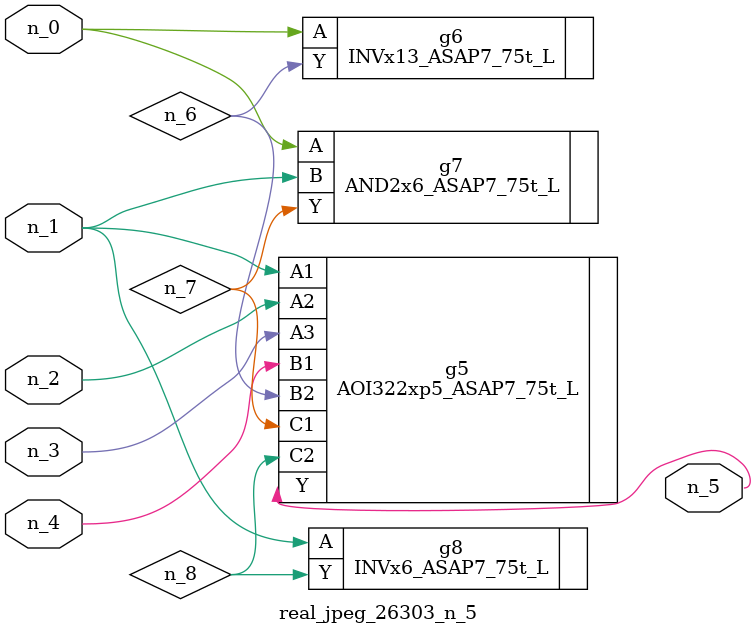
<source format=v>
module real_jpeg_26303_n_5 (n_4, n_0, n_1, n_2, n_3, n_5);

input n_4;
input n_0;
input n_1;
input n_2;
input n_3;

output n_5;

wire n_8;
wire n_6;
wire n_7;

INVx13_ASAP7_75t_L g6 ( 
.A(n_0),
.Y(n_6)
);

AND2x6_ASAP7_75t_L g7 ( 
.A(n_0),
.B(n_1),
.Y(n_7)
);

AOI322xp5_ASAP7_75t_L g5 ( 
.A1(n_1),
.A2(n_2),
.A3(n_3),
.B1(n_4),
.B2(n_6),
.C1(n_7),
.C2(n_8),
.Y(n_5)
);

INVx6_ASAP7_75t_L g8 ( 
.A(n_1),
.Y(n_8)
);


endmodule
</source>
